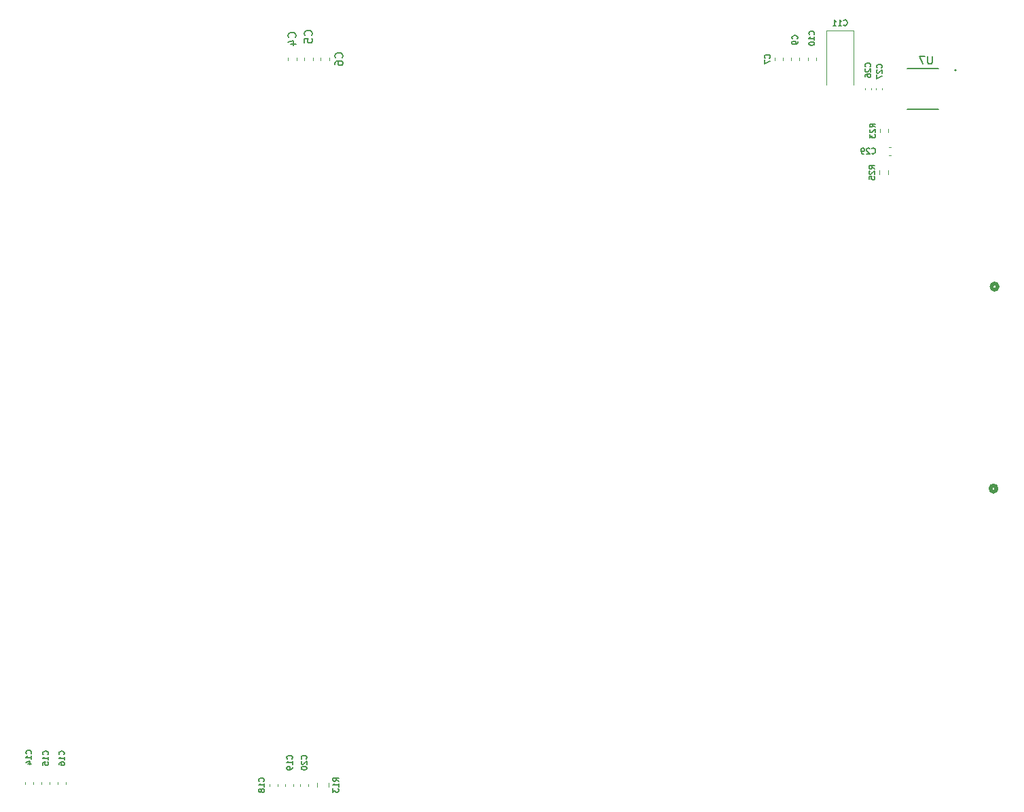
<source format=gbr>
%TF.GenerationSoftware,KiCad,Pcbnew,9.0.3*%
%TF.CreationDate,2025-09-16T14:49:37-04:00*%
%TF.ProjectId,9_TOF_PDU,395f544f-465f-4504-9455-2e6b69636164,rev?*%
%TF.SameCoordinates,Original*%
%TF.FileFunction,Legend,Bot*%
%TF.FilePolarity,Positive*%
%FSLAX46Y46*%
G04 Gerber Fmt 4.6, Leading zero omitted, Abs format (unit mm)*
G04 Created by KiCad (PCBNEW 9.0.3) date 2025-09-16 14:49:37*
%MOMM*%
%LPD*%
G01*
G04 APERTURE LIST*
%ADD10C,0.150000*%
%ADD11C,0.508000*%
%ADD12C,0.120000*%
%ADD13C,0.127000*%
%ADD14C,0.200000*%
G04 APERTURE END LIST*
D10*
X160457366Y-182923499D02*
X160490700Y-182890166D01*
X160490700Y-182890166D02*
X160524033Y-182790166D01*
X160524033Y-182790166D02*
X160524033Y-182723499D01*
X160524033Y-182723499D02*
X160490700Y-182623499D01*
X160490700Y-182623499D02*
X160424033Y-182556833D01*
X160424033Y-182556833D02*
X160357366Y-182523499D01*
X160357366Y-182523499D02*
X160224033Y-182490166D01*
X160224033Y-182490166D02*
X160124033Y-182490166D01*
X160124033Y-182490166D02*
X159990700Y-182523499D01*
X159990700Y-182523499D02*
X159924033Y-182556833D01*
X159924033Y-182556833D02*
X159857366Y-182623499D01*
X159857366Y-182623499D02*
X159824033Y-182723499D01*
X159824033Y-182723499D02*
X159824033Y-182790166D01*
X159824033Y-182790166D02*
X159857366Y-182890166D01*
X159857366Y-182890166D02*
X159890700Y-182923499D01*
X160524033Y-183590166D02*
X160524033Y-183190166D01*
X160524033Y-183390166D02*
X159824033Y-183390166D01*
X159824033Y-183390166D02*
X159924033Y-183323499D01*
X159924033Y-183323499D02*
X159990700Y-183256833D01*
X159990700Y-183256833D02*
X160024033Y-183190166D01*
X159824033Y-184223500D02*
X159824033Y-183890166D01*
X159824033Y-183890166D02*
X160157366Y-183856833D01*
X160157366Y-183856833D02*
X160124033Y-183890166D01*
X160124033Y-183890166D02*
X160090700Y-183956833D01*
X160090700Y-183956833D02*
X160090700Y-184123500D01*
X160090700Y-184123500D02*
X160124033Y-184190166D01*
X160124033Y-184190166D02*
X160157366Y-184223500D01*
X160157366Y-184223500D02*
X160224033Y-184256833D01*
X160224033Y-184256833D02*
X160390700Y-184256833D01*
X160390700Y-184256833D02*
X160457366Y-184223500D01*
X160457366Y-184223500D02*
X160490700Y-184190166D01*
X160490700Y-184190166D02*
X160524033Y-184123500D01*
X160524033Y-184123500D02*
X160524033Y-183956833D01*
X160524033Y-183956833D02*
X160490700Y-183890166D01*
X160490700Y-183890166D02*
X160457366Y-183856833D01*
X191307080Y-93413333D02*
X191354700Y-93365714D01*
X191354700Y-93365714D02*
X191402319Y-93222857D01*
X191402319Y-93222857D02*
X191402319Y-93127619D01*
X191402319Y-93127619D02*
X191354700Y-92984762D01*
X191354700Y-92984762D02*
X191259461Y-92889524D01*
X191259461Y-92889524D02*
X191164223Y-92841905D01*
X191164223Y-92841905D02*
X190973747Y-92794286D01*
X190973747Y-92794286D02*
X190830890Y-92794286D01*
X190830890Y-92794286D02*
X190640414Y-92841905D01*
X190640414Y-92841905D02*
X190545176Y-92889524D01*
X190545176Y-92889524D02*
X190449938Y-92984762D01*
X190449938Y-92984762D02*
X190402319Y-93127619D01*
X190402319Y-93127619D02*
X190402319Y-93222857D01*
X190402319Y-93222857D02*
X190449938Y-93365714D01*
X190449938Y-93365714D02*
X190497557Y-93413333D01*
X190735652Y-94270476D02*
X191402319Y-94270476D01*
X190354700Y-94032381D02*
X191068985Y-93794286D01*
X191068985Y-93794286D02*
X191068985Y-94413333D01*
X263564033Y-109808499D02*
X263230700Y-109575166D01*
X263564033Y-109408499D02*
X262864033Y-109408499D01*
X262864033Y-109408499D02*
X262864033Y-109675166D01*
X262864033Y-109675166D02*
X262897366Y-109741833D01*
X262897366Y-109741833D02*
X262930700Y-109775166D01*
X262930700Y-109775166D02*
X262997366Y-109808499D01*
X262997366Y-109808499D02*
X263097366Y-109808499D01*
X263097366Y-109808499D02*
X263164033Y-109775166D01*
X263164033Y-109775166D02*
X263197366Y-109741833D01*
X263197366Y-109741833D02*
X263230700Y-109675166D01*
X263230700Y-109675166D02*
X263230700Y-109408499D01*
X262930700Y-110075166D02*
X262897366Y-110108499D01*
X262897366Y-110108499D02*
X262864033Y-110175166D01*
X262864033Y-110175166D02*
X262864033Y-110341833D01*
X262864033Y-110341833D02*
X262897366Y-110408499D01*
X262897366Y-110408499D02*
X262930700Y-110441833D01*
X262930700Y-110441833D02*
X262997366Y-110475166D01*
X262997366Y-110475166D02*
X263064033Y-110475166D01*
X263064033Y-110475166D02*
X263164033Y-110441833D01*
X263164033Y-110441833D02*
X263564033Y-110041833D01*
X263564033Y-110041833D02*
X263564033Y-110475166D01*
X262864033Y-111108500D02*
X262864033Y-110775166D01*
X262864033Y-110775166D02*
X263197366Y-110741833D01*
X263197366Y-110741833D02*
X263164033Y-110775166D01*
X263164033Y-110775166D02*
X263130700Y-110841833D01*
X263130700Y-110841833D02*
X263130700Y-111008500D01*
X263130700Y-111008500D02*
X263164033Y-111075166D01*
X263164033Y-111075166D02*
X263197366Y-111108500D01*
X263197366Y-111108500D02*
X263264033Y-111141833D01*
X263264033Y-111141833D02*
X263430700Y-111141833D01*
X263430700Y-111141833D02*
X263497366Y-111108500D01*
X263497366Y-111108500D02*
X263530700Y-111075166D01*
X263530700Y-111075166D02*
X263564033Y-111008500D01*
X263564033Y-111008500D02*
X263564033Y-110841833D01*
X263564033Y-110841833D02*
X263530700Y-110775166D01*
X263530700Y-110775166D02*
X263497366Y-110741833D01*
X263614033Y-104608499D02*
X263280700Y-104375166D01*
X263614033Y-104208499D02*
X262914033Y-104208499D01*
X262914033Y-104208499D02*
X262914033Y-104475166D01*
X262914033Y-104475166D02*
X262947366Y-104541833D01*
X262947366Y-104541833D02*
X262980700Y-104575166D01*
X262980700Y-104575166D02*
X263047366Y-104608499D01*
X263047366Y-104608499D02*
X263147366Y-104608499D01*
X263147366Y-104608499D02*
X263214033Y-104575166D01*
X263214033Y-104575166D02*
X263247366Y-104541833D01*
X263247366Y-104541833D02*
X263280700Y-104475166D01*
X263280700Y-104475166D02*
X263280700Y-104208499D01*
X262980700Y-104875166D02*
X262947366Y-104908499D01*
X262947366Y-104908499D02*
X262914033Y-104975166D01*
X262914033Y-104975166D02*
X262914033Y-105141833D01*
X262914033Y-105141833D02*
X262947366Y-105208499D01*
X262947366Y-105208499D02*
X262980700Y-105241833D01*
X262980700Y-105241833D02*
X263047366Y-105275166D01*
X263047366Y-105275166D02*
X263114033Y-105275166D01*
X263114033Y-105275166D02*
X263214033Y-105241833D01*
X263214033Y-105241833D02*
X263614033Y-104841833D01*
X263614033Y-104841833D02*
X263614033Y-105275166D01*
X262914033Y-105508500D02*
X262914033Y-105941833D01*
X262914033Y-105941833D02*
X263180700Y-105708500D01*
X263180700Y-105708500D02*
X263180700Y-105808500D01*
X263180700Y-105808500D02*
X263214033Y-105875166D01*
X263214033Y-105875166D02*
X263247366Y-105908500D01*
X263247366Y-105908500D02*
X263314033Y-105941833D01*
X263314033Y-105941833D02*
X263480700Y-105941833D01*
X263480700Y-105941833D02*
X263547366Y-105908500D01*
X263547366Y-105908500D02*
X263580700Y-105875166D01*
X263580700Y-105875166D02*
X263614033Y-105808500D01*
X263614033Y-105808500D02*
X263614033Y-105608500D01*
X263614033Y-105608500D02*
X263580700Y-105541833D01*
X263580700Y-105541833D02*
X263547366Y-105508500D01*
X263198000Y-107857866D02*
X263231333Y-107891200D01*
X263231333Y-107891200D02*
X263331333Y-107924533D01*
X263331333Y-107924533D02*
X263398000Y-107924533D01*
X263398000Y-107924533D02*
X263498000Y-107891200D01*
X263498000Y-107891200D02*
X263564667Y-107824533D01*
X263564667Y-107824533D02*
X263598000Y-107757866D01*
X263598000Y-107757866D02*
X263631333Y-107624533D01*
X263631333Y-107624533D02*
X263631333Y-107524533D01*
X263631333Y-107524533D02*
X263598000Y-107391200D01*
X263598000Y-107391200D02*
X263564667Y-107324533D01*
X263564667Y-107324533D02*
X263498000Y-107257866D01*
X263498000Y-107257866D02*
X263398000Y-107224533D01*
X263398000Y-107224533D02*
X263331333Y-107224533D01*
X263331333Y-107224533D02*
X263231333Y-107257866D01*
X263231333Y-107257866D02*
X263198000Y-107291200D01*
X262931333Y-107291200D02*
X262898000Y-107257866D01*
X262898000Y-107257866D02*
X262831333Y-107224533D01*
X262831333Y-107224533D02*
X262664667Y-107224533D01*
X262664667Y-107224533D02*
X262598000Y-107257866D01*
X262598000Y-107257866D02*
X262564667Y-107291200D01*
X262564667Y-107291200D02*
X262531333Y-107357866D01*
X262531333Y-107357866D02*
X262531333Y-107424533D01*
X262531333Y-107424533D02*
X262564667Y-107524533D01*
X262564667Y-107524533D02*
X262964667Y-107924533D01*
X262964667Y-107924533D02*
X262531333Y-107924533D01*
X262198000Y-107924533D02*
X262064666Y-107924533D01*
X262064666Y-107924533D02*
X261998000Y-107891200D01*
X261998000Y-107891200D02*
X261964666Y-107857866D01*
X261964666Y-107857866D02*
X261898000Y-107757866D01*
X261898000Y-107757866D02*
X261864666Y-107624533D01*
X261864666Y-107624533D02*
X261864666Y-107357866D01*
X261864666Y-107357866D02*
X261898000Y-107291200D01*
X261898000Y-107291200D02*
X261931333Y-107257866D01*
X261931333Y-107257866D02*
X261998000Y-107224533D01*
X261998000Y-107224533D02*
X262131333Y-107224533D01*
X262131333Y-107224533D02*
X262198000Y-107257866D01*
X262198000Y-107257866D02*
X262231333Y-107291200D01*
X262231333Y-107291200D02*
X262264666Y-107357866D01*
X262264666Y-107357866D02*
X262264666Y-107524533D01*
X262264666Y-107524533D02*
X262231333Y-107591200D01*
X262231333Y-107591200D02*
X262198000Y-107624533D01*
X262198000Y-107624533D02*
X262131333Y-107657866D01*
X262131333Y-107657866D02*
X261998000Y-107657866D01*
X261998000Y-107657866D02*
X261931333Y-107624533D01*
X261931333Y-107624533D02*
X261898000Y-107591200D01*
X261898000Y-107591200D02*
X261864666Y-107524533D01*
X262997366Y-97048499D02*
X263030700Y-97015166D01*
X263030700Y-97015166D02*
X263064033Y-96915166D01*
X263064033Y-96915166D02*
X263064033Y-96848499D01*
X263064033Y-96848499D02*
X263030700Y-96748499D01*
X263030700Y-96748499D02*
X262964033Y-96681833D01*
X262964033Y-96681833D02*
X262897366Y-96648499D01*
X262897366Y-96648499D02*
X262764033Y-96615166D01*
X262764033Y-96615166D02*
X262664033Y-96615166D01*
X262664033Y-96615166D02*
X262530700Y-96648499D01*
X262530700Y-96648499D02*
X262464033Y-96681833D01*
X262464033Y-96681833D02*
X262397366Y-96748499D01*
X262397366Y-96748499D02*
X262364033Y-96848499D01*
X262364033Y-96848499D02*
X262364033Y-96915166D01*
X262364033Y-96915166D02*
X262397366Y-97015166D01*
X262397366Y-97015166D02*
X262430700Y-97048499D01*
X262430700Y-97315166D02*
X262397366Y-97348499D01*
X262397366Y-97348499D02*
X262364033Y-97415166D01*
X262364033Y-97415166D02*
X262364033Y-97581833D01*
X262364033Y-97581833D02*
X262397366Y-97648499D01*
X262397366Y-97648499D02*
X262430700Y-97681833D01*
X262430700Y-97681833D02*
X262497366Y-97715166D01*
X262497366Y-97715166D02*
X262564033Y-97715166D01*
X262564033Y-97715166D02*
X262664033Y-97681833D01*
X262664033Y-97681833D02*
X263064033Y-97281833D01*
X263064033Y-97281833D02*
X263064033Y-97715166D01*
X262364033Y-98315166D02*
X262364033Y-98181833D01*
X262364033Y-98181833D02*
X262397366Y-98115166D01*
X262397366Y-98115166D02*
X262430700Y-98081833D01*
X262430700Y-98081833D02*
X262530700Y-98015166D01*
X262530700Y-98015166D02*
X262664033Y-97981833D01*
X262664033Y-97981833D02*
X262930700Y-97981833D01*
X262930700Y-97981833D02*
X262997366Y-98015166D01*
X262997366Y-98015166D02*
X263030700Y-98048500D01*
X263030700Y-98048500D02*
X263064033Y-98115166D01*
X263064033Y-98115166D02*
X263064033Y-98248500D01*
X263064033Y-98248500D02*
X263030700Y-98315166D01*
X263030700Y-98315166D02*
X262997366Y-98348500D01*
X262997366Y-98348500D02*
X262930700Y-98381833D01*
X262930700Y-98381833D02*
X262764033Y-98381833D01*
X262764033Y-98381833D02*
X262697366Y-98348500D01*
X262697366Y-98348500D02*
X262664033Y-98315166D01*
X262664033Y-98315166D02*
X262630700Y-98248500D01*
X262630700Y-98248500D02*
X262630700Y-98115166D01*
X262630700Y-98115166D02*
X262664033Y-98048500D01*
X262664033Y-98048500D02*
X262697366Y-98015166D01*
X262697366Y-98015166D02*
X262764033Y-97981833D01*
X190887366Y-183468499D02*
X190920700Y-183435166D01*
X190920700Y-183435166D02*
X190954033Y-183335166D01*
X190954033Y-183335166D02*
X190954033Y-183268499D01*
X190954033Y-183268499D02*
X190920700Y-183168499D01*
X190920700Y-183168499D02*
X190854033Y-183101833D01*
X190854033Y-183101833D02*
X190787366Y-183068499D01*
X190787366Y-183068499D02*
X190654033Y-183035166D01*
X190654033Y-183035166D02*
X190554033Y-183035166D01*
X190554033Y-183035166D02*
X190420700Y-183068499D01*
X190420700Y-183068499D02*
X190354033Y-183101833D01*
X190354033Y-183101833D02*
X190287366Y-183168499D01*
X190287366Y-183168499D02*
X190254033Y-183268499D01*
X190254033Y-183268499D02*
X190254033Y-183335166D01*
X190254033Y-183335166D02*
X190287366Y-183435166D01*
X190287366Y-183435166D02*
X190320700Y-183468499D01*
X190954033Y-184135166D02*
X190954033Y-183735166D01*
X190954033Y-183935166D02*
X190254033Y-183935166D01*
X190254033Y-183935166D02*
X190354033Y-183868499D01*
X190354033Y-183868499D02*
X190420700Y-183801833D01*
X190420700Y-183801833D02*
X190454033Y-183735166D01*
X190954033Y-184468500D02*
X190954033Y-184601833D01*
X190954033Y-184601833D02*
X190920700Y-184668500D01*
X190920700Y-184668500D02*
X190887366Y-184701833D01*
X190887366Y-184701833D02*
X190787366Y-184768500D01*
X190787366Y-184768500D02*
X190654033Y-184801833D01*
X190654033Y-184801833D02*
X190387366Y-184801833D01*
X190387366Y-184801833D02*
X190320700Y-184768500D01*
X190320700Y-184768500D02*
X190287366Y-184735166D01*
X190287366Y-184735166D02*
X190254033Y-184668500D01*
X190254033Y-184668500D02*
X190254033Y-184535166D01*
X190254033Y-184535166D02*
X190287366Y-184468500D01*
X190287366Y-184468500D02*
X190320700Y-184435166D01*
X190320700Y-184435166D02*
X190387366Y-184401833D01*
X190387366Y-184401833D02*
X190554033Y-184401833D01*
X190554033Y-184401833D02*
X190620700Y-184435166D01*
X190620700Y-184435166D02*
X190654033Y-184468500D01*
X190654033Y-184468500D02*
X190687366Y-184535166D01*
X190687366Y-184535166D02*
X190687366Y-184668500D01*
X190687366Y-184668500D02*
X190654033Y-184735166D01*
X190654033Y-184735166D02*
X190620700Y-184768500D01*
X190620700Y-184768500D02*
X190554033Y-184801833D01*
X255987366Y-93068499D02*
X256020700Y-93035166D01*
X256020700Y-93035166D02*
X256054033Y-92935166D01*
X256054033Y-92935166D02*
X256054033Y-92868499D01*
X256054033Y-92868499D02*
X256020700Y-92768499D01*
X256020700Y-92768499D02*
X255954033Y-92701833D01*
X255954033Y-92701833D02*
X255887366Y-92668499D01*
X255887366Y-92668499D02*
X255754033Y-92635166D01*
X255754033Y-92635166D02*
X255654033Y-92635166D01*
X255654033Y-92635166D02*
X255520700Y-92668499D01*
X255520700Y-92668499D02*
X255454033Y-92701833D01*
X255454033Y-92701833D02*
X255387366Y-92768499D01*
X255387366Y-92768499D02*
X255354033Y-92868499D01*
X255354033Y-92868499D02*
X255354033Y-92935166D01*
X255354033Y-92935166D02*
X255387366Y-93035166D01*
X255387366Y-93035166D02*
X255420700Y-93068499D01*
X256054033Y-93735166D02*
X256054033Y-93335166D01*
X256054033Y-93535166D02*
X255354033Y-93535166D01*
X255354033Y-93535166D02*
X255454033Y-93468499D01*
X255454033Y-93468499D02*
X255520700Y-93401833D01*
X255520700Y-93401833D02*
X255554033Y-93335166D01*
X255354033Y-94168500D02*
X255354033Y-94235166D01*
X255354033Y-94235166D02*
X255387366Y-94301833D01*
X255387366Y-94301833D02*
X255420700Y-94335166D01*
X255420700Y-94335166D02*
X255487366Y-94368500D01*
X255487366Y-94368500D02*
X255620700Y-94401833D01*
X255620700Y-94401833D02*
X255787366Y-94401833D01*
X255787366Y-94401833D02*
X255920700Y-94368500D01*
X255920700Y-94368500D02*
X255987366Y-94335166D01*
X255987366Y-94335166D02*
X256020700Y-94301833D01*
X256020700Y-94301833D02*
X256054033Y-94235166D01*
X256054033Y-94235166D02*
X256054033Y-94168500D01*
X256054033Y-94168500D02*
X256020700Y-94101833D01*
X256020700Y-94101833D02*
X255987366Y-94068500D01*
X255987366Y-94068500D02*
X255920700Y-94035166D01*
X255920700Y-94035166D02*
X255787366Y-94001833D01*
X255787366Y-94001833D02*
X255620700Y-94001833D01*
X255620700Y-94001833D02*
X255487366Y-94035166D01*
X255487366Y-94035166D02*
X255420700Y-94068500D01*
X255420700Y-94068500D02*
X255387366Y-94101833D01*
X255387366Y-94101833D02*
X255354033Y-94168500D01*
X197149080Y-95953333D02*
X197196700Y-95905714D01*
X197196700Y-95905714D02*
X197244319Y-95762857D01*
X197244319Y-95762857D02*
X197244319Y-95667619D01*
X197244319Y-95667619D02*
X197196700Y-95524762D01*
X197196700Y-95524762D02*
X197101461Y-95429524D01*
X197101461Y-95429524D02*
X197006223Y-95381905D01*
X197006223Y-95381905D02*
X196815747Y-95334286D01*
X196815747Y-95334286D02*
X196672890Y-95334286D01*
X196672890Y-95334286D02*
X196482414Y-95381905D01*
X196482414Y-95381905D02*
X196387176Y-95429524D01*
X196387176Y-95429524D02*
X196291938Y-95524762D01*
X196291938Y-95524762D02*
X196244319Y-95667619D01*
X196244319Y-95667619D02*
X196244319Y-95762857D01*
X196244319Y-95762857D02*
X196291938Y-95905714D01*
X196291938Y-95905714D02*
X196339557Y-95953333D01*
X196244319Y-96810476D02*
X196244319Y-96620000D01*
X196244319Y-96620000D02*
X196291938Y-96524762D01*
X196291938Y-96524762D02*
X196339557Y-96477143D01*
X196339557Y-96477143D02*
X196482414Y-96381905D01*
X196482414Y-96381905D02*
X196672890Y-96334286D01*
X196672890Y-96334286D02*
X197053842Y-96334286D01*
X197053842Y-96334286D02*
X197149080Y-96381905D01*
X197149080Y-96381905D02*
X197196700Y-96429524D01*
X197196700Y-96429524D02*
X197244319Y-96524762D01*
X197244319Y-96524762D02*
X197244319Y-96715238D01*
X197244319Y-96715238D02*
X197196700Y-96810476D01*
X197196700Y-96810476D02*
X197149080Y-96858095D01*
X197149080Y-96858095D02*
X197053842Y-96905714D01*
X197053842Y-96905714D02*
X196815747Y-96905714D01*
X196815747Y-96905714D02*
X196720509Y-96858095D01*
X196720509Y-96858095D02*
X196672890Y-96810476D01*
X196672890Y-96810476D02*
X196625271Y-96715238D01*
X196625271Y-96715238D02*
X196625271Y-96524762D01*
X196625271Y-96524762D02*
X196672890Y-96429524D01*
X196672890Y-96429524D02*
X196720509Y-96381905D01*
X196720509Y-96381905D02*
X196815747Y-96334286D01*
X196704033Y-186268499D02*
X196370700Y-186035166D01*
X196704033Y-185868499D02*
X196004033Y-185868499D01*
X196004033Y-185868499D02*
X196004033Y-186135166D01*
X196004033Y-186135166D02*
X196037366Y-186201833D01*
X196037366Y-186201833D02*
X196070700Y-186235166D01*
X196070700Y-186235166D02*
X196137366Y-186268499D01*
X196137366Y-186268499D02*
X196237366Y-186268499D01*
X196237366Y-186268499D02*
X196304033Y-186235166D01*
X196304033Y-186235166D02*
X196337366Y-186201833D01*
X196337366Y-186201833D02*
X196370700Y-186135166D01*
X196370700Y-186135166D02*
X196370700Y-185868499D01*
X196704033Y-186935166D02*
X196704033Y-186535166D01*
X196704033Y-186735166D02*
X196004033Y-186735166D01*
X196004033Y-186735166D02*
X196104033Y-186668499D01*
X196104033Y-186668499D02*
X196170700Y-186601833D01*
X196170700Y-186601833D02*
X196204033Y-186535166D01*
X196004033Y-187168500D02*
X196004033Y-187601833D01*
X196004033Y-187601833D02*
X196270700Y-187368500D01*
X196270700Y-187368500D02*
X196270700Y-187468500D01*
X196270700Y-187468500D02*
X196304033Y-187535166D01*
X196304033Y-187535166D02*
X196337366Y-187568500D01*
X196337366Y-187568500D02*
X196404033Y-187601833D01*
X196404033Y-187601833D02*
X196570700Y-187601833D01*
X196570700Y-187601833D02*
X196637366Y-187568500D01*
X196637366Y-187568500D02*
X196670700Y-187535166D01*
X196670700Y-187535166D02*
X196704033Y-187468500D01*
X196704033Y-187468500D02*
X196704033Y-187268500D01*
X196704033Y-187268500D02*
X196670700Y-187201833D01*
X196670700Y-187201833D02*
X196637366Y-187168500D01*
X264427366Y-97198499D02*
X264460700Y-97165166D01*
X264460700Y-97165166D02*
X264494033Y-97065166D01*
X264494033Y-97065166D02*
X264494033Y-96998499D01*
X264494033Y-96998499D02*
X264460700Y-96898499D01*
X264460700Y-96898499D02*
X264394033Y-96831833D01*
X264394033Y-96831833D02*
X264327366Y-96798499D01*
X264327366Y-96798499D02*
X264194033Y-96765166D01*
X264194033Y-96765166D02*
X264094033Y-96765166D01*
X264094033Y-96765166D02*
X263960700Y-96798499D01*
X263960700Y-96798499D02*
X263894033Y-96831833D01*
X263894033Y-96831833D02*
X263827366Y-96898499D01*
X263827366Y-96898499D02*
X263794033Y-96998499D01*
X263794033Y-96998499D02*
X263794033Y-97065166D01*
X263794033Y-97065166D02*
X263827366Y-97165166D01*
X263827366Y-97165166D02*
X263860700Y-97198499D01*
X263860700Y-97465166D02*
X263827366Y-97498499D01*
X263827366Y-97498499D02*
X263794033Y-97565166D01*
X263794033Y-97565166D02*
X263794033Y-97731833D01*
X263794033Y-97731833D02*
X263827366Y-97798499D01*
X263827366Y-97798499D02*
X263860700Y-97831833D01*
X263860700Y-97831833D02*
X263927366Y-97865166D01*
X263927366Y-97865166D02*
X263994033Y-97865166D01*
X263994033Y-97865166D02*
X264094033Y-97831833D01*
X264094033Y-97831833D02*
X264494033Y-97431833D01*
X264494033Y-97431833D02*
X264494033Y-97865166D01*
X263794033Y-98098500D02*
X263794033Y-98565166D01*
X263794033Y-98565166D02*
X264494033Y-98265166D01*
X259688000Y-91867866D02*
X259721333Y-91901200D01*
X259721333Y-91901200D02*
X259821333Y-91934533D01*
X259821333Y-91934533D02*
X259888000Y-91934533D01*
X259888000Y-91934533D02*
X259988000Y-91901200D01*
X259988000Y-91901200D02*
X260054667Y-91834533D01*
X260054667Y-91834533D02*
X260088000Y-91767866D01*
X260088000Y-91767866D02*
X260121333Y-91634533D01*
X260121333Y-91634533D02*
X260121333Y-91534533D01*
X260121333Y-91534533D02*
X260088000Y-91401200D01*
X260088000Y-91401200D02*
X260054667Y-91334533D01*
X260054667Y-91334533D02*
X259988000Y-91267866D01*
X259988000Y-91267866D02*
X259888000Y-91234533D01*
X259888000Y-91234533D02*
X259821333Y-91234533D01*
X259821333Y-91234533D02*
X259721333Y-91267866D01*
X259721333Y-91267866D02*
X259688000Y-91301200D01*
X259021333Y-91934533D02*
X259421333Y-91934533D01*
X259221333Y-91934533D02*
X259221333Y-91234533D01*
X259221333Y-91234533D02*
X259288000Y-91334533D01*
X259288000Y-91334533D02*
X259354667Y-91401200D01*
X259354667Y-91401200D02*
X259421333Y-91434533D01*
X258354666Y-91934533D02*
X258754666Y-91934533D01*
X258554666Y-91934533D02*
X258554666Y-91234533D01*
X258554666Y-91234533D02*
X258621333Y-91334533D01*
X258621333Y-91334533D02*
X258688000Y-91401200D01*
X258688000Y-91401200D02*
X258754666Y-91434533D01*
X270739904Y-95736319D02*
X270739904Y-96545842D01*
X270739904Y-96545842D02*
X270692285Y-96641080D01*
X270692285Y-96641080D02*
X270644666Y-96688700D01*
X270644666Y-96688700D02*
X270549428Y-96736319D01*
X270549428Y-96736319D02*
X270358952Y-96736319D01*
X270358952Y-96736319D02*
X270263714Y-96688700D01*
X270263714Y-96688700D02*
X270216095Y-96641080D01*
X270216095Y-96641080D02*
X270168476Y-96545842D01*
X270168476Y-96545842D02*
X270168476Y-95736319D01*
X269787523Y-95736319D02*
X269120857Y-95736319D01*
X269120857Y-95736319D02*
X269549428Y-96736319D01*
X187387366Y-186268499D02*
X187420700Y-186235166D01*
X187420700Y-186235166D02*
X187454033Y-186135166D01*
X187454033Y-186135166D02*
X187454033Y-186068499D01*
X187454033Y-186068499D02*
X187420700Y-185968499D01*
X187420700Y-185968499D02*
X187354033Y-185901833D01*
X187354033Y-185901833D02*
X187287366Y-185868499D01*
X187287366Y-185868499D02*
X187154033Y-185835166D01*
X187154033Y-185835166D02*
X187054033Y-185835166D01*
X187054033Y-185835166D02*
X186920700Y-185868499D01*
X186920700Y-185868499D02*
X186854033Y-185901833D01*
X186854033Y-185901833D02*
X186787366Y-185968499D01*
X186787366Y-185968499D02*
X186754033Y-186068499D01*
X186754033Y-186068499D02*
X186754033Y-186135166D01*
X186754033Y-186135166D02*
X186787366Y-186235166D01*
X186787366Y-186235166D02*
X186820700Y-186268499D01*
X187454033Y-186935166D02*
X187454033Y-186535166D01*
X187454033Y-186735166D02*
X186754033Y-186735166D01*
X186754033Y-186735166D02*
X186854033Y-186668499D01*
X186854033Y-186668499D02*
X186920700Y-186601833D01*
X186920700Y-186601833D02*
X186954033Y-186535166D01*
X187054033Y-187335166D02*
X187020700Y-187268500D01*
X187020700Y-187268500D02*
X186987366Y-187235166D01*
X186987366Y-187235166D02*
X186920700Y-187201833D01*
X186920700Y-187201833D02*
X186887366Y-187201833D01*
X186887366Y-187201833D02*
X186820700Y-187235166D01*
X186820700Y-187235166D02*
X186787366Y-187268500D01*
X186787366Y-187268500D02*
X186754033Y-187335166D01*
X186754033Y-187335166D02*
X186754033Y-187468500D01*
X186754033Y-187468500D02*
X186787366Y-187535166D01*
X186787366Y-187535166D02*
X186820700Y-187568500D01*
X186820700Y-187568500D02*
X186887366Y-187601833D01*
X186887366Y-187601833D02*
X186920700Y-187601833D01*
X186920700Y-187601833D02*
X186987366Y-187568500D01*
X186987366Y-187568500D02*
X187020700Y-187535166D01*
X187020700Y-187535166D02*
X187054033Y-187468500D01*
X187054033Y-187468500D02*
X187054033Y-187335166D01*
X187054033Y-187335166D02*
X187087366Y-187268500D01*
X187087366Y-187268500D02*
X187120700Y-187235166D01*
X187120700Y-187235166D02*
X187187366Y-187201833D01*
X187187366Y-187201833D02*
X187320700Y-187201833D01*
X187320700Y-187201833D02*
X187387366Y-187235166D01*
X187387366Y-187235166D02*
X187420700Y-187268500D01*
X187420700Y-187268500D02*
X187454033Y-187335166D01*
X187454033Y-187335166D02*
X187454033Y-187468500D01*
X187454033Y-187468500D02*
X187420700Y-187535166D01*
X187420700Y-187535166D02*
X187387366Y-187568500D01*
X187387366Y-187568500D02*
X187320700Y-187601833D01*
X187320700Y-187601833D02*
X187187366Y-187601833D01*
X187187366Y-187601833D02*
X187120700Y-187568500D01*
X187120700Y-187568500D02*
X187087366Y-187535166D01*
X187087366Y-187535166D02*
X187054033Y-187468500D01*
X162457366Y-182923499D02*
X162490700Y-182890166D01*
X162490700Y-182890166D02*
X162524033Y-182790166D01*
X162524033Y-182790166D02*
X162524033Y-182723499D01*
X162524033Y-182723499D02*
X162490700Y-182623499D01*
X162490700Y-182623499D02*
X162424033Y-182556833D01*
X162424033Y-182556833D02*
X162357366Y-182523499D01*
X162357366Y-182523499D02*
X162224033Y-182490166D01*
X162224033Y-182490166D02*
X162124033Y-182490166D01*
X162124033Y-182490166D02*
X161990700Y-182523499D01*
X161990700Y-182523499D02*
X161924033Y-182556833D01*
X161924033Y-182556833D02*
X161857366Y-182623499D01*
X161857366Y-182623499D02*
X161824033Y-182723499D01*
X161824033Y-182723499D02*
X161824033Y-182790166D01*
X161824033Y-182790166D02*
X161857366Y-182890166D01*
X161857366Y-182890166D02*
X161890700Y-182923499D01*
X162524033Y-183590166D02*
X162524033Y-183190166D01*
X162524033Y-183390166D02*
X161824033Y-183390166D01*
X161824033Y-183390166D02*
X161924033Y-183323499D01*
X161924033Y-183323499D02*
X161990700Y-183256833D01*
X161990700Y-183256833D02*
X162024033Y-183190166D01*
X161824033Y-184190166D02*
X161824033Y-184056833D01*
X161824033Y-184056833D02*
X161857366Y-183990166D01*
X161857366Y-183990166D02*
X161890700Y-183956833D01*
X161890700Y-183956833D02*
X161990700Y-183890166D01*
X161990700Y-183890166D02*
X162124033Y-183856833D01*
X162124033Y-183856833D02*
X162390700Y-183856833D01*
X162390700Y-183856833D02*
X162457366Y-183890166D01*
X162457366Y-183890166D02*
X162490700Y-183923500D01*
X162490700Y-183923500D02*
X162524033Y-183990166D01*
X162524033Y-183990166D02*
X162524033Y-184123500D01*
X162524033Y-184123500D02*
X162490700Y-184190166D01*
X162490700Y-184190166D02*
X162457366Y-184223500D01*
X162457366Y-184223500D02*
X162390700Y-184256833D01*
X162390700Y-184256833D02*
X162224033Y-184256833D01*
X162224033Y-184256833D02*
X162157366Y-184223500D01*
X162157366Y-184223500D02*
X162124033Y-184190166D01*
X162124033Y-184190166D02*
X162090700Y-184123500D01*
X162090700Y-184123500D02*
X162090700Y-183990166D01*
X162090700Y-183990166D02*
X162124033Y-183923500D01*
X162124033Y-183923500D02*
X162157366Y-183890166D01*
X162157366Y-183890166D02*
X162224033Y-183856833D01*
X253887366Y-93601833D02*
X253920700Y-93568500D01*
X253920700Y-93568500D02*
X253954033Y-93468500D01*
X253954033Y-93468500D02*
X253954033Y-93401833D01*
X253954033Y-93401833D02*
X253920700Y-93301833D01*
X253920700Y-93301833D02*
X253854033Y-93235167D01*
X253854033Y-93235167D02*
X253787366Y-93201833D01*
X253787366Y-93201833D02*
X253654033Y-93168500D01*
X253654033Y-93168500D02*
X253554033Y-93168500D01*
X253554033Y-93168500D02*
X253420700Y-93201833D01*
X253420700Y-93201833D02*
X253354033Y-93235167D01*
X253354033Y-93235167D02*
X253287366Y-93301833D01*
X253287366Y-93301833D02*
X253254033Y-93401833D01*
X253254033Y-93401833D02*
X253254033Y-93468500D01*
X253254033Y-93468500D02*
X253287366Y-93568500D01*
X253287366Y-93568500D02*
X253320700Y-93601833D01*
X253954033Y-93935167D02*
X253954033Y-94068500D01*
X253954033Y-94068500D02*
X253920700Y-94135167D01*
X253920700Y-94135167D02*
X253887366Y-94168500D01*
X253887366Y-94168500D02*
X253787366Y-94235167D01*
X253787366Y-94235167D02*
X253654033Y-94268500D01*
X253654033Y-94268500D02*
X253387366Y-94268500D01*
X253387366Y-94268500D02*
X253320700Y-94235167D01*
X253320700Y-94235167D02*
X253287366Y-94201833D01*
X253287366Y-94201833D02*
X253254033Y-94135167D01*
X253254033Y-94135167D02*
X253254033Y-94001833D01*
X253254033Y-94001833D02*
X253287366Y-93935167D01*
X253287366Y-93935167D02*
X253320700Y-93901833D01*
X253320700Y-93901833D02*
X253387366Y-93868500D01*
X253387366Y-93868500D02*
X253554033Y-93868500D01*
X253554033Y-93868500D02*
X253620700Y-93901833D01*
X253620700Y-93901833D02*
X253654033Y-93935167D01*
X253654033Y-93935167D02*
X253687366Y-94001833D01*
X253687366Y-94001833D02*
X253687366Y-94135167D01*
X253687366Y-94135167D02*
X253654033Y-94201833D01*
X253654033Y-94201833D02*
X253620700Y-94235167D01*
X253620700Y-94235167D02*
X253554033Y-94268500D01*
X193339080Y-93159333D02*
X193386700Y-93111714D01*
X193386700Y-93111714D02*
X193434319Y-92968857D01*
X193434319Y-92968857D02*
X193434319Y-92873619D01*
X193434319Y-92873619D02*
X193386700Y-92730762D01*
X193386700Y-92730762D02*
X193291461Y-92635524D01*
X193291461Y-92635524D02*
X193196223Y-92587905D01*
X193196223Y-92587905D02*
X193005747Y-92540286D01*
X193005747Y-92540286D02*
X192862890Y-92540286D01*
X192862890Y-92540286D02*
X192672414Y-92587905D01*
X192672414Y-92587905D02*
X192577176Y-92635524D01*
X192577176Y-92635524D02*
X192481938Y-92730762D01*
X192481938Y-92730762D02*
X192434319Y-92873619D01*
X192434319Y-92873619D02*
X192434319Y-92968857D01*
X192434319Y-92968857D02*
X192481938Y-93111714D01*
X192481938Y-93111714D02*
X192529557Y-93159333D01*
X192434319Y-94064095D02*
X192434319Y-93587905D01*
X192434319Y-93587905D02*
X192910509Y-93540286D01*
X192910509Y-93540286D02*
X192862890Y-93587905D01*
X192862890Y-93587905D02*
X192815271Y-93683143D01*
X192815271Y-93683143D02*
X192815271Y-93921238D01*
X192815271Y-93921238D02*
X192862890Y-94016476D01*
X192862890Y-94016476D02*
X192910509Y-94064095D01*
X192910509Y-94064095D02*
X193005747Y-94111714D01*
X193005747Y-94111714D02*
X193243842Y-94111714D01*
X193243842Y-94111714D02*
X193339080Y-94064095D01*
X193339080Y-94064095D02*
X193386700Y-94016476D01*
X193386700Y-94016476D02*
X193434319Y-93921238D01*
X193434319Y-93921238D02*
X193434319Y-93683143D01*
X193434319Y-93683143D02*
X193386700Y-93587905D01*
X193386700Y-93587905D02*
X193339080Y-93540286D01*
X192687366Y-183468499D02*
X192720700Y-183435166D01*
X192720700Y-183435166D02*
X192754033Y-183335166D01*
X192754033Y-183335166D02*
X192754033Y-183268499D01*
X192754033Y-183268499D02*
X192720700Y-183168499D01*
X192720700Y-183168499D02*
X192654033Y-183101833D01*
X192654033Y-183101833D02*
X192587366Y-183068499D01*
X192587366Y-183068499D02*
X192454033Y-183035166D01*
X192454033Y-183035166D02*
X192354033Y-183035166D01*
X192354033Y-183035166D02*
X192220700Y-183068499D01*
X192220700Y-183068499D02*
X192154033Y-183101833D01*
X192154033Y-183101833D02*
X192087366Y-183168499D01*
X192087366Y-183168499D02*
X192054033Y-183268499D01*
X192054033Y-183268499D02*
X192054033Y-183335166D01*
X192054033Y-183335166D02*
X192087366Y-183435166D01*
X192087366Y-183435166D02*
X192120700Y-183468499D01*
X192120700Y-183735166D02*
X192087366Y-183768499D01*
X192087366Y-183768499D02*
X192054033Y-183835166D01*
X192054033Y-183835166D02*
X192054033Y-184001833D01*
X192054033Y-184001833D02*
X192087366Y-184068499D01*
X192087366Y-184068499D02*
X192120700Y-184101833D01*
X192120700Y-184101833D02*
X192187366Y-184135166D01*
X192187366Y-184135166D02*
X192254033Y-184135166D01*
X192254033Y-184135166D02*
X192354033Y-184101833D01*
X192354033Y-184101833D02*
X192754033Y-183701833D01*
X192754033Y-183701833D02*
X192754033Y-184135166D01*
X192054033Y-184568500D02*
X192054033Y-184635166D01*
X192054033Y-184635166D02*
X192087366Y-184701833D01*
X192087366Y-184701833D02*
X192120700Y-184735166D01*
X192120700Y-184735166D02*
X192187366Y-184768500D01*
X192187366Y-184768500D02*
X192320700Y-184801833D01*
X192320700Y-184801833D02*
X192487366Y-184801833D01*
X192487366Y-184801833D02*
X192620700Y-184768500D01*
X192620700Y-184768500D02*
X192687366Y-184735166D01*
X192687366Y-184735166D02*
X192720700Y-184701833D01*
X192720700Y-184701833D02*
X192754033Y-184635166D01*
X192754033Y-184635166D02*
X192754033Y-184568500D01*
X192754033Y-184568500D02*
X192720700Y-184501833D01*
X192720700Y-184501833D02*
X192687366Y-184468500D01*
X192687366Y-184468500D02*
X192620700Y-184435166D01*
X192620700Y-184435166D02*
X192487366Y-184401833D01*
X192487366Y-184401833D02*
X192320700Y-184401833D01*
X192320700Y-184401833D02*
X192187366Y-184435166D01*
X192187366Y-184435166D02*
X192120700Y-184468500D01*
X192120700Y-184468500D02*
X192087366Y-184501833D01*
X192087366Y-184501833D02*
X192054033Y-184568500D01*
X250457366Y-96001833D02*
X250490700Y-95968500D01*
X250490700Y-95968500D02*
X250524033Y-95868500D01*
X250524033Y-95868500D02*
X250524033Y-95801833D01*
X250524033Y-95801833D02*
X250490700Y-95701833D01*
X250490700Y-95701833D02*
X250424033Y-95635167D01*
X250424033Y-95635167D02*
X250357366Y-95601833D01*
X250357366Y-95601833D02*
X250224033Y-95568500D01*
X250224033Y-95568500D02*
X250124033Y-95568500D01*
X250124033Y-95568500D02*
X249990700Y-95601833D01*
X249990700Y-95601833D02*
X249924033Y-95635167D01*
X249924033Y-95635167D02*
X249857366Y-95701833D01*
X249857366Y-95701833D02*
X249824033Y-95801833D01*
X249824033Y-95801833D02*
X249824033Y-95868500D01*
X249824033Y-95868500D02*
X249857366Y-95968500D01*
X249857366Y-95968500D02*
X249890700Y-96001833D01*
X249824033Y-96235167D02*
X249824033Y-96701833D01*
X249824033Y-96701833D02*
X250524033Y-96401833D01*
X158357366Y-182823499D02*
X158390700Y-182790166D01*
X158390700Y-182790166D02*
X158424033Y-182690166D01*
X158424033Y-182690166D02*
X158424033Y-182623499D01*
X158424033Y-182623499D02*
X158390700Y-182523499D01*
X158390700Y-182523499D02*
X158324033Y-182456833D01*
X158324033Y-182456833D02*
X158257366Y-182423499D01*
X158257366Y-182423499D02*
X158124033Y-182390166D01*
X158124033Y-182390166D02*
X158024033Y-182390166D01*
X158024033Y-182390166D02*
X157890700Y-182423499D01*
X157890700Y-182423499D02*
X157824033Y-182456833D01*
X157824033Y-182456833D02*
X157757366Y-182523499D01*
X157757366Y-182523499D02*
X157724033Y-182623499D01*
X157724033Y-182623499D02*
X157724033Y-182690166D01*
X157724033Y-182690166D02*
X157757366Y-182790166D01*
X157757366Y-182790166D02*
X157790700Y-182823499D01*
X158424033Y-183490166D02*
X158424033Y-183090166D01*
X158424033Y-183290166D02*
X157724033Y-183290166D01*
X157724033Y-183290166D02*
X157824033Y-183223499D01*
X157824033Y-183223499D02*
X157890700Y-183156833D01*
X157890700Y-183156833D02*
X157924033Y-183090166D01*
X157957366Y-184090166D02*
X158424033Y-184090166D01*
X157690700Y-183923500D02*
X158190700Y-183756833D01*
X158190700Y-183756833D02*
X158190700Y-184190166D01*
D11*
%TO.C,P1*%
X278751000Y-149724400D02*
G75*
G02*
X277989000Y-149724400I-381000J0D01*
G01*
X277989000Y-149724400D02*
G75*
G02*
X278751000Y-149724400I381000J0D01*
G01*
%TO.C,P2*%
X278881000Y-124514601D02*
G75*
G02*
X278119000Y-124514601I-381000J0D01*
G01*
X278119000Y-124514601D02*
G75*
G02*
X278881000Y-124514601I381000J0D01*
G01*
D12*
%TO.C,C15*%
X159698000Y-186332920D02*
X159698000Y-186614080D01*
X160718000Y-186332920D02*
X160718000Y-186614080D01*
%TO.C,C4*%
X190437500Y-96260580D02*
X190437500Y-95979420D01*
X191457500Y-96260580D02*
X191457500Y-95979420D01*
%TO.C,R25*%
X264155500Y-110495758D02*
X264155500Y-110021242D01*
X265200500Y-110495758D02*
X265200500Y-110021242D01*
%TO.C,R23*%
X264205500Y-105295758D02*
X264205500Y-104821242D01*
X265250500Y-105295758D02*
X265250500Y-104821242D01*
%TO.C,C29*%
X265337420Y-107098500D02*
X265618580Y-107098500D01*
X265337420Y-108118500D02*
X265618580Y-108118500D01*
%TO.C,C26*%
X262398000Y-99710664D02*
X262398000Y-99926336D01*
X263118000Y-99710664D02*
X263118000Y-99926336D01*
%TO.C,C19*%
X190028000Y-186577920D02*
X190028000Y-186859080D01*
X191048000Y-186577920D02*
X191048000Y-186859080D01*
%TO.C,C10*%
X255228000Y-96259080D02*
X255228000Y-95977920D01*
X256248000Y-96259080D02*
X256248000Y-95977920D01*
%TO.C,C6*%
X194501500Y-96260580D02*
X194501500Y-95979420D01*
X195521500Y-96260580D02*
X195521500Y-95979420D01*
%TO.C,R13*%
X194003000Y-186491436D02*
X194003000Y-186945564D01*
X195473000Y-186491436D02*
X195473000Y-186945564D01*
%TO.C,C27*%
X263738000Y-99710664D02*
X263738000Y-99926336D01*
X264458000Y-99710664D02*
X264458000Y-99926336D01*
%TO.C,C11*%
X257528000Y-92558500D02*
X257528000Y-99318500D01*
X260948000Y-92558500D02*
X257528000Y-92558500D01*
X260948000Y-99318500D02*
X260948000Y-92558500D01*
D13*
%TO.C,U7*%
X271543000Y-97293500D02*
X267643000Y-97293500D01*
X271543000Y-102343500D02*
X267643000Y-102343500D01*
D14*
X273733000Y-97513500D02*
G75*
G02*
X273533000Y-97513500I-100000J0D01*
G01*
X273533000Y-97513500D02*
G75*
G02*
X273733000Y-97513500I100000J0D01*
G01*
D12*
%TO.C,C18*%
X188128000Y-186577920D02*
X188128000Y-186859080D01*
X189148000Y-186577920D02*
X189148000Y-186859080D01*
%TO.C,C16*%
X161698000Y-186332920D02*
X161698000Y-186614080D01*
X162718000Y-186332920D02*
X162718000Y-186614080D01*
%TO.C,C9*%
X253128000Y-96259080D02*
X253128000Y-95977920D01*
X254148000Y-96259080D02*
X254148000Y-95977920D01*
%TO.C,C5*%
X192469500Y-96260580D02*
X192469500Y-95979420D01*
X193489500Y-96260580D02*
X193489500Y-95979420D01*
%TO.C,C20*%
X191928000Y-186577920D02*
X191928000Y-186859080D01*
X192948000Y-186577920D02*
X192948000Y-186859080D01*
%TO.C,C7*%
X251128000Y-96259080D02*
X251128000Y-95977920D01*
X252148000Y-96259080D02*
X252148000Y-95977920D01*
%TO.C,C14*%
X157598000Y-186332920D02*
X157598000Y-186614080D01*
X158618000Y-186332920D02*
X158618000Y-186614080D01*
%TD*%
M02*

</source>
